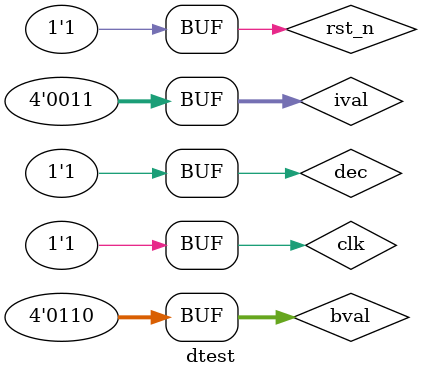
<source format=v>
`timescale 1ns / 1ps


module dtest;

	// Inputs
	reg dec;
	reg [3:0] ival;
	reg [3:0] bval;
	reg rst_n;
	reg clk;

	// Outputs
	wire [3:0] val;
	wire borrow;

	// Instantiate the Unit Under Test (UUT)
	dwncounter uut (
		.val(val), 
		.borrow(borrow), 
		.dec(dec), 
		.ival(ival), 
		.bval(bval), 
		.rst_n(rst_n), 
		.clk(clk)
	);

	initial begin
		// Initialize Inputs
		dec = 0;
		ival = 0;
		bval = 0;
		rst_n = 0;
		clk = 0;

		// Wait 100 ns for global reset to finish
		#100;
        
		// Add stimulus here
		
		ival = 3;	bval = 6;
		dec = 1;
		
		#20 rst_n = 1;
		#20 rst_n = 0;
		#20 rst_n = 1;
		
		repeat(50)begin
			#20 clk = 0;
			#20 clk = 1;
		end
			
		

	end
      
endmodule


</source>
